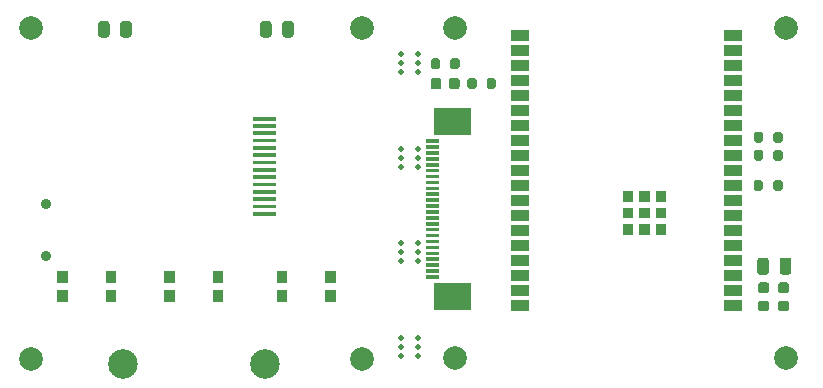
<source format=gbr>
%TF.GenerationSoftware,KiCad,Pcbnew,(5.1.8)-1*%
%TF.CreationDate,2021-06-20T20:47:25+01:00*%
%TF.ProjectId,schem_1,73636865-6d5f-4312-9e6b-696361645f70,rev?*%
%TF.SameCoordinates,Original*%
%TF.FileFunction,Soldermask,Top*%
%TF.FilePolarity,Negative*%
%FSLAX45Y45*%
G04 Gerber Fmt 4.5, Leading zero omitted, Abs format (unit mm)*
G04 Created by KiCad (PCBNEW (5.1.8)-1) date 2021-06-20 20:47:25*
%MOMM*%
%LPD*%
G01*
G04 APERTURE LIST*
%ADD10C,0.505000*%
%ADD11C,2.505000*%
%ADD12C,2.005000*%
%ADD13C,0.905000*%
G04 APERTURE END LIST*
D10*
%TO.C,mouse-bite-2mm-slot*%
X9221788Y-2720720D03*
X9221788Y-2570720D03*
X9371788Y-2570720D03*
X9371788Y-2720720D03*
X9221788Y-2645720D03*
X9371788Y-2645720D03*
%TD*%
%TO.C,mouse-bite-2mm-slot*%
X9371788Y-1845720D03*
X9221788Y-1845720D03*
X9371788Y-1920720D03*
X9371788Y-1770720D03*
X9221788Y-1770720D03*
X9221788Y-1920720D03*
%TD*%
%TO.C,mouse-bite-2mm-slot*%
X9221788Y-320720D03*
X9221788Y-170720D03*
X9371788Y-170720D03*
X9371788Y-320720D03*
X9221788Y-245720D03*
X9371788Y-245720D03*
%TD*%
%TO.C,mouse-bite-2mm-slot*%
X9371788Y-1045720D03*
X9221788Y-1045720D03*
X9371788Y-1120720D03*
X9371788Y-970720D03*
X9221788Y-970720D03*
X9221788Y-1120720D03*
%TD*%
%TO.C,U1*%
G36*
G01*
X11102688Y-1327276D02*
X11192688Y-1327276D01*
G75*
G02*
X11192938Y-1327526I0J-250D01*
G01*
X11192938Y-1417526D01*
G75*
G02*
X11192688Y-1417776I-250J0D01*
G01*
X11102688Y-1417776D01*
G75*
G02*
X11102438Y-1417526I0J250D01*
G01*
X11102438Y-1327526D01*
G75*
G02*
X11102688Y-1327276I250J0D01*
G01*
G37*
G36*
G01*
X11382688Y-1327276D02*
X11472688Y-1327276D01*
G75*
G02*
X11472938Y-1327526I0J-250D01*
G01*
X11472938Y-1417526D01*
G75*
G02*
X11472688Y-1417776I-250J0D01*
G01*
X11382688Y-1417776D01*
G75*
G02*
X11382438Y-1417526I0J250D01*
G01*
X11382438Y-1327526D01*
G75*
G02*
X11382688Y-1327276I250J0D01*
G01*
G37*
G36*
G01*
X11242688Y-1327276D02*
X11332688Y-1327276D01*
G75*
G02*
X11332938Y-1327526I0J-250D01*
G01*
X11332938Y-1417526D01*
G75*
G02*
X11332688Y-1417776I-250J0D01*
G01*
X11242688Y-1417776D01*
G75*
G02*
X11242438Y-1417526I0J250D01*
G01*
X11242438Y-1327526D01*
G75*
G02*
X11242688Y-1327276I250J0D01*
G01*
G37*
G36*
G01*
X11242688Y-1467276D02*
X11332688Y-1467276D01*
G75*
G02*
X11332938Y-1467526I0J-250D01*
G01*
X11332938Y-1557526D01*
G75*
G02*
X11332688Y-1557776I-250J0D01*
G01*
X11242688Y-1557776D01*
G75*
G02*
X11242438Y-1557526I0J250D01*
G01*
X11242438Y-1467526D01*
G75*
G02*
X11242688Y-1467276I250J0D01*
G01*
G37*
G36*
G01*
X11102688Y-1467276D02*
X11192688Y-1467276D01*
G75*
G02*
X11192938Y-1467526I0J-250D01*
G01*
X11192938Y-1557526D01*
G75*
G02*
X11192688Y-1557776I-250J0D01*
G01*
X11102688Y-1557776D01*
G75*
G02*
X11102438Y-1557526I0J250D01*
G01*
X11102438Y-1467526D01*
G75*
G02*
X11102688Y-1467276I250J0D01*
G01*
G37*
G36*
G01*
X11382688Y-1467276D02*
X11472688Y-1467276D01*
G75*
G02*
X11472938Y-1467526I0J-250D01*
G01*
X11472938Y-1557526D01*
G75*
G02*
X11472688Y-1557776I-250J0D01*
G01*
X11382688Y-1557776D01*
G75*
G02*
X11382438Y-1557526I0J250D01*
G01*
X11382438Y-1467526D01*
G75*
G02*
X11382688Y-1467276I250J0D01*
G01*
G37*
G36*
G01*
X11102688Y-1607276D02*
X11192688Y-1607276D01*
G75*
G02*
X11192938Y-1607526I0J-250D01*
G01*
X11192938Y-1697526D01*
G75*
G02*
X11192688Y-1697776I-250J0D01*
G01*
X11102688Y-1697776D01*
G75*
G02*
X11102438Y-1697526I0J250D01*
G01*
X11102438Y-1607526D01*
G75*
G02*
X11102688Y-1607276I250J0D01*
G01*
G37*
G36*
G01*
X11242688Y-1607276D02*
X11332688Y-1607276D01*
G75*
G02*
X11332938Y-1607526I0J-250D01*
G01*
X11332938Y-1697526D01*
G75*
G02*
X11332688Y-1697776I-250J0D01*
G01*
X11242688Y-1697776D01*
G75*
G02*
X11242438Y-1697526I0J250D01*
G01*
X11242438Y-1607526D01*
G75*
G02*
X11242688Y-1607276I250J0D01*
G01*
G37*
G36*
G01*
X11382688Y-1607276D02*
X11472688Y-1607276D01*
G75*
G02*
X11472938Y-1607526I0J-250D01*
G01*
X11472938Y-1697526D01*
G75*
G02*
X11472688Y-1697776I-250J0D01*
G01*
X11382688Y-1697776D01*
G75*
G02*
X11382438Y-1697526I0J250D01*
G01*
X11382438Y-1607526D01*
G75*
G02*
X11382688Y-1607276I250J0D01*
G01*
G37*
G36*
G01*
X10159748Y-597996D02*
X10309748Y-597996D01*
G75*
G02*
X10309998Y-598246I0J-250D01*
G01*
X10309998Y-688246D01*
G75*
G02*
X10309748Y-688496I-250J0D01*
G01*
X10159748Y-688496D01*
G75*
G02*
X10159498Y-688246I0J250D01*
G01*
X10159498Y-598246D01*
G75*
G02*
X10159748Y-597996I250J0D01*
G01*
G37*
G36*
G01*
X10159748Y-724996D02*
X10309748Y-724996D01*
G75*
G02*
X10309998Y-725246I0J-250D01*
G01*
X10309998Y-815246D01*
G75*
G02*
X10309748Y-815496I-250J0D01*
G01*
X10159748Y-815496D01*
G75*
G02*
X10159498Y-815246I0J250D01*
G01*
X10159498Y-725246D01*
G75*
G02*
X10159748Y-724996I250J0D01*
G01*
G37*
G36*
G01*
X10309998Y-852246D02*
X10309998Y-942246D01*
G75*
G02*
X10309748Y-942496I-250J0D01*
G01*
X10159748Y-942496D01*
G75*
G02*
X10159498Y-942246I0J250D01*
G01*
X10159498Y-852246D01*
G75*
G02*
X10159748Y-851996I250J0D01*
G01*
X10309748Y-851996D01*
G75*
G02*
X10309998Y-852246I0J-250D01*
G01*
G37*
G36*
G01*
X10309998Y-979246D02*
X10309998Y-1069246D01*
G75*
G02*
X10309748Y-1069496I-250J0D01*
G01*
X10159748Y-1069496D01*
G75*
G02*
X10159498Y-1069246I0J250D01*
G01*
X10159498Y-979246D01*
G75*
G02*
X10159748Y-978996I250J0D01*
G01*
X10309748Y-978996D01*
G75*
G02*
X10309998Y-979246I0J-250D01*
G01*
G37*
G36*
G01*
X10309998Y-1106246D02*
X10309998Y-1196246D01*
G75*
G02*
X10309748Y-1196496I-250J0D01*
G01*
X10159748Y-1196496D01*
G75*
G02*
X10159498Y-1196246I0J250D01*
G01*
X10159498Y-1106246D01*
G75*
G02*
X10159748Y-1105996I250J0D01*
G01*
X10309748Y-1105996D01*
G75*
G02*
X10309998Y-1106246I0J-250D01*
G01*
G37*
G36*
G01*
X10309998Y-1233246D02*
X10309998Y-1323246D01*
G75*
G02*
X10309748Y-1323496I-250J0D01*
G01*
X10159748Y-1323496D01*
G75*
G02*
X10159498Y-1323246I0J250D01*
G01*
X10159498Y-1233246D01*
G75*
G02*
X10159748Y-1232996I250J0D01*
G01*
X10309748Y-1232996D01*
G75*
G02*
X10309998Y-1233246I0J-250D01*
G01*
G37*
G36*
G01*
X10309998Y-1360246D02*
X10309998Y-1450246D01*
G75*
G02*
X10309748Y-1450496I-250J0D01*
G01*
X10159748Y-1450496D01*
G75*
G02*
X10159498Y-1450246I0J250D01*
G01*
X10159498Y-1360246D01*
G75*
G02*
X10159748Y-1359996I250J0D01*
G01*
X10309748Y-1359996D01*
G75*
G02*
X10309998Y-1360246I0J-250D01*
G01*
G37*
G36*
G01*
X10309998Y-1487246D02*
X10309998Y-1577246D01*
G75*
G02*
X10309748Y-1577496I-250J0D01*
G01*
X10159748Y-1577496D01*
G75*
G02*
X10159498Y-1577246I0J250D01*
G01*
X10159498Y-1487246D01*
G75*
G02*
X10159748Y-1486996I250J0D01*
G01*
X10309748Y-1486996D01*
G75*
G02*
X10309998Y-1487246I0J-250D01*
G01*
G37*
G36*
G01*
X10309998Y-1614246D02*
X10309998Y-1704246D01*
G75*
G02*
X10309748Y-1704496I-250J0D01*
G01*
X10159748Y-1704496D01*
G75*
G02*
X10159498Y-1704246I0J250D01*
G01*
X10159498Y-1614246D01*
G75*
G02*
X10159748Y-1613996I250J0D01*
G01*
X10309748Y-1613996D01*
G75*
G02*
X10309998Y-1614246I0J-250D01*
G01*
G37*
G36*
G01*
X10309998Y-1741246D02*
X10309998Y-1831246D01*
G75*
G02*
X10309748Y-1831496I-250J0D01*
G01*
X10159748Y-1831496D01*
G75*
G02*
X10159498Y-1831246I0J250D01*
G01*
X10159498Y-1741246D01*
G75*
G02*
X10159748Y-1740996I250J0D01*
G01*
X10309748Y-1740996D01*
G75*
G02*
X10309998Y-1741246I0J-250D01*
G01*
G37*
G36*
G01*
X10309998Y-1868246D02*
X10309998Y-1958246D01*
G75*
G02*
X10309748Y-1958496I-250J0D01*
G01*
X10159748Y-1958496D01*
G75*
G02*
X10159498Y-1958246I0J250D01*
G01*
X10159498Y-1868246D01*
G75*
G02*
X10159748Y-1867996I250J0D01*
G01*
X10309748Y-1867996D01*
G75*
G02*
X10309998Y-1868246I0J-250D01*
G01*
G37*
G36*
G01*
X10309998Y-1995246D02*
X10309998Y-2085246D01*
G75*
G02*
X10309748Y-2085496I-250J0D01*
G01*
X10159748Y-2085496D01*
G75*
G02*
X10159498Y-2085246I0J250D01*
G01*
X10159498Y-1995246D01*
G75*
G02*
X10159748Y-1994996I250J0D01*
G01*
X10309748Y-1994996D01*
G75*
G02*
X10309998Y-1995246I0J-250D01*
G01*
G37*
G36*
G01*
X10309998Y-2122246D02*
X10309998Y-2212246D01*
G75*
G02*
X10309748Y-2212496I-250J0D01*
G01*
X10159748Y-2212496D01*
G75*
G02*
X10159498Y-2212246I0J250D01*
G01*
X10159498Y-2122246D01*
G75*
G02*
X10159748Y-2121996I250J0D01*
G01*
X10309748Y-2121996D01*
G75*
G02*
X10309998Y-2122246I0J-250D01*
G01*
G37*
G36*
G01*
X10309998Y-2249246D02*
X10309998Y-2339246D01*
G75*
G02*
X10309748Y-2339496I-250J0D01*
G01*
X10159748Y-2339496D01*
G75*
G02*
X10159498Y-2339246I0J250D01*
G01*
X10159498Y-2249246D01*
G75*
G02*
X10159748Y-2248996I250J0D01*
G01*
X10309748Y-2248996D01*
G75*
G02*
X10309998Y-2249246I0J-250D01*
G01*
G37*
G36*
G01*
X10159748Y-470996D02*
X10309748Y-470996D01*
G75*
G02*
X10309998Y-471246I0J-250D01*
G01*
X10309998Y-561246D01*
G75*
G02*
X10309748Y-561496I-250J0D01*
G01*
X10159748Y-561496D01*
G75*
G02*
X10159498Y-561246I0J250D01*
G01*
X10159498Y-471246D01*
G75*
G02*
X10159748Y-470996I250J0D01*
G01*
G37*
G36*
G01*
X10159748Y-343996D02*
X10309748Y-343996D01*
G75*
G02*
X10309998Y-344246I0J-250D01*
G01*
X10309998Y-434246D01*
G75*
G02*
X10309748Y-434496I-250J0D01*
G01*
X10159748Y-434496D01*
G75*
G02*
X10159498Y-434246I0J250D01*
G01*
X10159498Y-344246D01*
G75*
G02*
X10159748Y-343996I250J0D01*
G01*
G37*
G36*
G01*
X10159748Y-216996D02*
X10309748Y-216996D01*
G75*
G02*
X10309998Y-217246I0J-250D01*
G01*
X10309998Y-307246D01*
G75*
G02*
X10309748Y-307496I-250J0D01*
G01*
X10159748Y-307496D01*
G75*
G02*
X10159498Y-307246I0J250D01*
G01*
X10159498Y-217246D01*
G75*
G02*
X10159748Y-216996I250J0D01*
G01*
G37*
G36*
G01*
X10159748Y-89996D02*
X10309748Y-89996D01*
G75*
G02*
X10309998Y-90246I0J-250D01*
G01*
X10309998Y-180246D01*
G75*
G02*
X10309748Y-180496I-250J0D01*
G01*
X10159748Y-180496D01*
G75*
G02*
X10159498Y-180246I0J250D01*
G01*
X10159498Y-90246D01*
G75*
G02*
X10159748Y-89996I250J0D01*
G01*
G37*
G36*
G01*
X10159748Y37004D02*
X10309748Y37004D01*
G75*
G02*
X10309998Y36754I0J-250D01*
G01*
X10309998Y-53246D01*
G75*
G02*
X10309748Y-53496I-250J0D01*
G01*
X10159748Y-53496D01*
G75*
G02*
X10159498Y-53246I0J250D01*
G01*
X10159498Y36754D01*
G75*
G02*
X10159748Y37004I250J0D01*
G01*
G37*
G36*
G01*
X11960748Y37004D02*
X12110748Y37004D01*
G75*
G02*
X12110998Y36754I0J-250D01*
G01*
X12110998Y-53246D01*
G75*
G02*
X12110748Y-53496I-250J0D01*
G01*
X11960748Y-53496D01*
G75*
G02*
X11960498Y-53246I0J250D01*
G01*
X11960498Y36754D01*
G75*
G02*
X11960748Y37004I250J0D01*
G01*
G37*
G36*
G01*
X11960748Y-89996D02*
X12110748Y-89996D01*
G75*
G02*
X12110998Y-90246I0J-250D01*
G01*
X12110998Y-180246D01*
G75*
G02*
X12110748Y-180496I-250J0D01*
G01*
X11960748Y-180496D01*
G75*
G02*
X11960498Y-180246I0J250D01*
G01*
X11960498Y-90246D01*
G75*
G02*
X11960748Y-89996I250J0D01*
G01*
G37*
G36*
G01*
X11960498Y-307246D02*
X11960498Y-217246D01*
G75*
G02*
X11960748Y-216996I250J0D01*
G01*
X12110748Y-216996D01*
G75*
G02*
X12110998Y-217246I0J-250D01*
G01*
X12110998Y-307246D01*
G75*
G02*
X12110748Y-307496I-250J0D01*
G01*
X11960748Y-307496D01*
G75*
G02*
X11960498Y-307246I0J250D01*
G01*
G37*
G36*
G01*
X11960498Y-434246D02*
X11960498Y-344246D01*
G75*
G02*
X11960748Y-343996I250J0D01*
G01*
X12110748Y-343996D01*
G75*
G02*
X12110998Y-344246I0J-250D01*
G01*
X12110998Y-434246D01*
G75*
G02*
X12110748Y-434496I-250J0D01*
G01*
X11960748Y-434496D01*
G75*
G02*
X11960498Y-434246I0J250D01*
G01*
G37*
G36*
G01*
X11960498Y-561246D02*
X11960498Y-471246D01*
G75*
G02*
X11960748Y-470996I250J0D01*
G01*
X12110748Y-470996D01*
G75*
G02*
X12110998Y-471246I0J-250D01*
G01*
X12110998Y-561246D01*
G75*
G02*
X12110748Y-561496I-250J0D01*
G01*
X11960748Y-561496D01*
G75*
G02*
X11960498Y-561246I0J250D01*
G01*
G37*
G36*
G01*
X11960498Y-688246D02*
X11960498Y-598246D01*
G75*
G02*
X11960748Y-597996I250J0D01*
G01*
X12110748Y-597996D01*
G75*
G02*
X12110998Y-598246I0J-250D01*
G01*
X12110998Y-688246D01*
G75*
G02*
X12110748Y-688496I-250J0D01*
G01*
X11960748Y-688496D01*
G75*
G02*
X11960498Y-688246I0J250D01*
G01*
G37*
G36*
G01*
X11960498Y-815246D02*
X11960498Y-725246D01*
G75*
G02*
X11960748Y-724996I250J0D01*
G01*
X12110748Y-724996D01*
G75*
G02*
X12110998Y-725246I0J-250D01*
G01*
X12110998Y-815246D01*
G75*
G02*
X12110748Y-815496I-250J0D01*
G01*
X11960748Y-815496D01*
G75*
G02*
X11960498Y-815246I0J250D01*
G01*
G37*
G36*
G01*
X11960498Y-942246D02*
X11960498Y-852246D01*
G75*
G02*
X11960748Y-851996I250J0D01*
G01*
X12110748Y-851996D01*
G75*
G02*
X12110998Y-852246I0J-250D01*
G01*
X12110998Y-942246D01*
G75*
G02*
X12110748Y-942496I-250J0D01*
G01*
X11960748Y-942496D01*
G75*
G02*
X11960498Y-942246I0J250D01*
G01*
G37*
G36*
G01*
X11960498Y-1069246D02*
X11960498Y-979246D01*
G75*
G02*
X11960748Y-978996I250J0D01*
G01*
X12110748Y-978996D01*
G75*
G02*
X12110998Y-979246I0J-250D01*
G01*
X12110998Y-1069246D01*
G75*
G02*
X12110748Y-1069496I-250J0D01*
G01*
X11960748Y-1069496D01*
G75*
G02*
X11960498Y-1069246I0J250D01*
G01*
G37*
G36*
G01*
X11960498Y-1196246D02*
X11960498Y-1106246D01*
G75*
G02*
X11960748Y-1105996I250J0D01*
G01*
X12110748Y-1105996D01*
G75*
G02*
X12110998Y-1106246I0J-250D01*
G01*
X12110998Y-1196246D01*
G75*
G02*
X12110748Y-1196496I-250J0D01*
G01*
X11960748Y-1196496D01*
G75*
G02*
X11960498Y-1196246I0J250D01*
G01*
G37*
G36*
G01*
X11960498Y-1323246D02*
X11960498Y-1233246D01*
G75*
G02*
X11960748Y-1232996I250J0D01*
G01*
X12110748Y-1232996D01*
G75*
G02*
X12110998Y-1233246I0J-250D01*
G01*
X12110998Y-1323246D01*
G75*
G02*
X12110748Y-1323496I-250J0D01*
G01*
X11960748Y-1323496D01*
G75*
G02*
X11960498Y-1323246I0J250D01*
G01*
G37*
G36*
G01*
X11960498Y-1450246D02*
X11960498Y-1360246D01*
G75*
G02*
X11960748Y-1359996I250J0D01*
G01*
X12110748Y-1359996D01*
G75*
G02*
X12110998Y-1360246I0J-250D01*
G01*
X12110998Y-1450246D01*
G75*
G02*
X12110748Y-1450496I-250J0D01*
G01*
X11960748Y-1450496D01*
G75*
G02*
X11960498Y-1450246I0J250D01*
G01*
G37*
G36*
G01*
X11960498Y-1577246D02*
X11960498Y-1487246D01*
G75*
G02*
X11960748Y-1486996I250J0D01*
G01*
X12110748Y-1486996D01*
G75*
G02*
X12110998Y-1487246I0J-250D01*
G01*
X12110998Y-1577246D01*
G75*
G02*
X12110748Y-1577496I-250J0D01*
G01*
X11960748Y-1577496D01*
G75*
G02*
X11960498Y-1577246I0J250D01*
G01*
G37*
G36*
G01*
X11960498Y-1704246D02*
X11960498Y-1614246D01*
G75*
G02*
X11960748Y-1613996I250J0D01*
G01*
X12110748Y-1613996D01*
G75*
G02*
X12110998Y-1614246I0J-250D01*
G01*
X12110998Y-1704246D01*
G75*
G02*
X12110748Y-1704496I-250J0D01*
G01*
X11960748Y-1704496D01*
G75*
G02*
X11960498Y-1704246I0J250D01*
G01*
G37*
G36*
G01*
X11960498Y-1831246D02*
X11960498Y-1741246D01*
G75*
G02*
X11960748Y-1740996I250J0D01*
G01*
X12110748Y-1740996D01*
G75*
G02*
X12110998Y-1741246I0J-250D01*
G01*
X12110998Y-1831246D01*
G75*
G02*
X12110748Y-1831496I-250J0D01*
G01*
X11960748Y-1831496D01*
G75*
G02*
X11960498Y-1831246I0J250D01*
G01*
G37*
G36*
G01*
X11960498Y-1958246D02*
X11960498Y-1868246D01*
G75*
G02*
X11960748Y-1867996I250J0D01*
G01*
X12110748Y-1867996D01*
G75*
G02*
X12110998Y-1868246I0J-250D01*
G01*
X12110998Y-1958246D01*
G75*
G02*
X12110748Y-1958496I-250J0D01*
G01*
X11960748Y-1958496D01*
G75*
G02*
X11960498Y-1958246I0J250D01*
G01*
G37*
G36*
G01*
X11960498Y-2085246D02*
X11960498Y-1995246D01*
G75*
G02*
X11960748Y-1994996I250J0D01*
G01*
X12110748Y-1994996D01*
G75*
G02*
X12110998Y-1995246I0J-250D01*
G01*
X12110998Y-2085246D01*
G75*
G02*
X12110748Y-2085496I-250J0D01*
G01*
X11960748Y-2085496D01*
G75*
G02*
X11960498Y-2085246I0J250D01*
G01*
G37*
G36*
G01*
X11960498Y-2212246D02*
X11960498Y-2122246D01*
G75*
G02*
X11960748Y-2121996I250J0D01*
G01*
X12110748Y-2121996D01*
G75*
G02*
X12110998Y-2122246I0J-250D01*
G01*
X12110998Y-2212246D01*
G75*
G02*
X12110748Y-2212496I-250J0D01*
G01*
X11960748Y-2212496D01*
G75*
G02*
X11960498Y-2212246I0J250D01*
G01*
G37*
G36*
G01*
X11960498Y-2339246D02*
X11960498Y-2249246D01*
G75*
G02*
X11960748Y-2248996I250J0D01*
G01*
X12110748Y-2248996D01*
G75*
G02*
X12110998Y-2249246I0J-250D01*
G01*
X12110998Y-2339246D01*
G75*
G02*
X12110748Y-2339496I-250J0D01*
G01*
X11960748Y-2339496D01*
G75*
G02*
X11960498Y-2339246I0J250D01*
G01*
G37*
%TD*%
%TO.C,U7*%
G36*
G01*
X8169430Y-698300D02*
X8169430Y-730300D01*
G75*
G02*
X8169180Y-730550I-250J0D01*
G01*
X7969180Y-730550D01*
G75*
G02*
X7968930Y-730300I0J250D01*
G01*
X7968930Y-698300D01*
G75*
G02*
X7969180Y-698050I250J0D01*
G01*
X8169180Y-698050D01*
G75*
G02*
X8169430Y-698300I0J-250D01*
G01*
G37*
G36*
G01*
X8169430Y-884300D02*
X8169430Y-916300D01*
G75*
G02*
X8169180Y-916550I-250J0D01*
G01*
X7969180Y-916550D01*
G75*
G02*
X7968930Y-916300I0J250D01*
G01*
X7968930Y-884300D01*
G75*
G02*
X7969180Y-884050I250J0D01*
G01*
X8169180Y-884050D01*
G75*
G02*
X8169430Y-884300I0J-250D01*
G01*
G37*
G36*
G01*
X8169430Y-946300D02*
X8169430Y-978300D01*
G75*
G02*
X8169180Y-978550I-250J0D01*
G01*
X7969180Y-978550D01*
G75*
G02*
X7968930Y-978300I0J250D01*
G01*
X7968930Y-946300D01*
G75*
G02*
X7969180Y-946050I250J0D01*
G01*
X8169180Y-946050D01*
G75*
G02*
X8169430Y-946300I0J-250D01*
G01*
G37*
G36*
G01*
X8169430Y-822300D02*
X8169430Y-854300D01*
G75*
G02*
X8169180Y-854550I-250J0D01*
G01*
X7969180Y-854550D01*
G75*
G02*
X7968930Y-854300I0J250D01*
G01*
X7968930Y-822300D01*
G75*
G02*
X7969180Y-822050I250J0D01*
G01*
X8169180Y-822050D01*
G75*
G02*
X8169430Y-822300I0J-250D01*
G01*
G37*
G36*
G01*
X8169430Y-760300D02*
X8169430Y-792300D01*
G75*
G02*
X8169180Y-792550I-250J0D01*
G01*
X7969180Y-792550D01*
G75*
G02*
X7968930Y-792300I0J250D01*
G01*
X7968930Y-760300D01*
G75*
G02*
X7969180Y-760050I250J0D01*
G01*
X8169180Y-760050D01*
G75*
G02*
X8169430Y-760300I0J-250D01*
G01*
G37*
G36*
G01*
X8169430Y-1008300D02*
X8169430Y-1040300D01*
G75*
G02*
X8169180Y-1040550I-250J0D01*
G01*
X7969180Y-1040550D01*
G75*
G02*
X7968930Y-1040300I0J250D01*
G01*
X7968930Y-1008300D01*
G75*
G02*
X7969180Y-1008050I250J0D01*
G01*
X8169180Y-1008050D01*
G75*
G02*
X8169430Y-1008300I0J-250D01*
G01*
G37*
G36*
G01*
X8169430Y-1070300D02*
X8169430Y-1102300D01*
G75*
G02*
X8169180Y-1102550I-250J0D01*
G01*
X7969180Y-1102550D01*
G75*
G02*
X7968930Y-1102300I0J250D01*
G01*
X7968930Y-1070300D01*
G75*
G02*
X7969180Y-1070050I250J0D01*
G01*
X8169180Y-1070050D01*
G75*
G02*
X8169430Y-1070300I0J-250D01*
G01*
G37*
G36*
G01*
X8169430Y-1132300D02*
X8169430Y-1164300D01*
G75*
G02*
X8169180Y-1164550I-250J0D01*
G01*
X7969180Y-1164550D01*
G75*
G02*
X7968930Y-1164300I0J250D01*
G01*
X7968930Y-1132300D01*
G75*
G02*
X7969180Y-1132050I250J0D01*
G01*
X8169180Y-1132050D01*
G75*
G02*
X8169430Y-1132300I0J-250D01*
G01*
G37*
G36*
G01*
X8169430Y-1194300D02*
X8169430Y-1226300D01*
G75*
G02*
X8169180Y-1226550I-250J0D01*
G01*
X7969180Y-1226550D01*
G75*
G02*
X7968930Y-1226300I0J250D01*
G01*
X7968930Y-1194300D01*
G75*
G02*
X7969180Y-1194050I250J0D01*
G01*
X8169180Y-1194050D01*
G75*
G02*
X8169430Y-1194300I0J-250D01*
G01*
G37*
G36*
G01*
X8169430Y-1256300D02*
X8169430Y-1288300D01*
G75*
G02*
X8169180Y-1288550I-250J0D01*
G01*
X7969180Y-1288550D01*
G75*
G02*
X7968930Y-1288300I0J250D01*
G01*
X7968930Y-1256300D01*
G75*
G02*
X7969180Y-1256050I250J0D01*
G01*
X8169180Y-1256050D01*
G75*
G02*
X8169430Y-1256300I0J-250D01*
G01*
G37*
G36*
G01*
X8169430Y-1318300D02*
X8169430Y-1350300D01*
G75*
G02*
X8169180Y-1350550I-250J0D01*
G01*
X7969180Y-1350550D01*
G75*
G02*
X7968930Y-1350300I0J250D01*
G01*
X7968930Y-1318300D01*
G75*
G02*
X7969180Y-1318050I250J0D01*
G01*
X8169180Y-1318050D01*
G75*
G02*
X8169430Y-1318300I0J-250D01*
G01*
G37*
G36*
G01*
X8169430Y-1380300D02*
X8169430Y-1412300D01*
G75*
G02*
X8169180Y-1412550I-250J0D01*
G01*
X7969180Y-1412550D01*
G75*
G02*
X7968930Y-1412300I0J250D01*
G01*
X7968930Y-1380300D01*
G75*
G02*
X7969180Y-1380050I250J0D01*
G01*
X8169180Y-1380050D01*
G75*
G02*
X8169430Y-1380300I0J-250D01*
G01*
G37*
G36*
G01*
X8169430Y-1442300D02*
X8169430Y-1474300D01*
G75*
G02*
X8169180Y-1474550I-250J0D01*
G01*
X7969180Y-1474550D01*
G75*
G02*
X7968930Y-1474300I0J250D01*
G01*
X7968930Y-1442300D01*
G75*
G02*
X7969180Y-1442050I250J0D01*
G01*
X8169180Y-1442050D01*
G75*
G02*
X8169430Y-1442300I0J-250D01*
G01*
G37*
G36*
G01*
X7968930Y-1536300D02*
X7968930Y-1504300D01*
G75*
G02*
X7969180Y-1504050I250J0D01*
G01*
X8169180Y-1504050D01*
G75*
G02*
X8169430Y-1504300I0J-250D01*
G01*
X8169430Y-1536300D01*
G75*
G02*
X8169180Y-1536550I-250J0D01*
G01*
X7969180Y-1536550D01*
G75*
G02*
X7968930Y-1536300I0J250D01*
G01*
G37*
%TD*%
D11*
%TO.C,C2*%
X6871280Y-2791720D03*
X8071280Y-2791720D03*
%TD*%
D12*
%TO.C,H8*%
X8896280Y54280D03*
%TD*%
%TO.C,H7*%
X8896280Y-2745720D03*
%TD*%
%TO.C,H6*%
X6096280Y54280D03*
%TD*%
%TO.C,H5*%
X6096280Y-2745720D03*
%TD*%
%TO.C,J1*%
G36*
G01*
X9547548Y-2070096D02*
X9437548Y-2070096D01*
G75*
G02*
X9437298Y-2069846I0J250D01*
G01*
X9437298Y-2039846D01*
G75*
G02*
X9437548Y-2039596I250J0D01*
G01*
X9547548Y-2039596D01*
G75*
G02*
X9547798Y-2039846I0J-250D01*
G01*
X9547798Y-2069846D01*
G75*
G02*
X9547548Y-2070096I-250J0D01*
G01*
G37*
G36*
G01*
X9547548Y-2020096D02*
X9437548Y-2020096D01*
G75*
G02*
X9437298Y-2019846I0J250D01*
G01*
X9437298Y-1989846D01*
G75*
G02*
X9437548Y-1989596I250J0D01*
G01*
X9547548Y-1989596D01*
G75*
G02*
X9547798Y-1989846I0J-250D01*
G01*
X9547798Y-2019846D01*
G75*
G02*
X9547548Y-2020096I-250J0D01*
G01*
G37*
G36*
G01*
X9547548Y-1970096D02*
X9437548Y-1970096D01*
G75*
G02*
X9437298Y-1969846I0J250D01*
G01*
X9437298Y-1939846D01*
G75*
G02*
X9437548Y-1939596I250J0D01*
G01*
X9547548Y-1939596D01*
G75*
G02*
X9547798Y-1939846I0J-250D01*
G01*
X9547798Y-1969846D01*
G75*
G02*
X9547548Y-1970096I-250J0D01*
G01*
G37*
G36*
G01*
X9547548Y-1920096D02*
X9437548Y-1920096D01*
G75*
G02*
X9437298Y-1919846I0J250D01*
G01*
X9437298Y-1889846D01*
G75*
G02*
X9437548Y-1889596I250J0D01*
G01*
X9547548Y-1889596D01*
G75*
G02*
X9547798Y-1889846I0J-250D01*
G01*
X9547798Y-1919846D01*
G75*
G02*
X9547548Y-1920096I-250J0D01*
G01*
G37*
G36*
G01*
X9547548Y-1870096D02*
X9437548Y-1870096D01*
G75*
G02*
X9437298Y-1869846I0J250D01*
G01*
X9437298Y-1839846D01*
G75*
G02*
X9437548Y-1839596I250J0D01*
G01*
X9547548Y-1839596D01*
G75*
G02*
X9547798Y-1839846I0J-250D01*
G01*
X9547798Y-1869846D01*
G75*
G02*
X9547548Y-1870096I-250J0D01*
G01*
G37*
G36*
G01*
X9547548Y-1820096D02*
X9437548Y-1820096D01*
G75*
G02*
X9437298Y-1819846I0J250D01*
G01*
X9437298Y-1789846D01*
G75*
G02*
X9437548Y-1789596I250J0D01*
G01*
X9547548Y-1789596D01*
G75*
G02*
X9547798Y-1789846I0J-250D01*
G01*
X9547798Y-1819846D01*
G75*
G02*
X9547548Y-1820096I-250J0D01*
G01*
G37*
G36*
G01*
X9547548Y-1770096D02*
X9437548Y-1770096D01*
G75*
G02*
X9437298Y-1769846I0J250D01*
G01*
X9437298Y-1739846D01*
G75*
G02*
X9437548Y-1739596I250J0D01*
G01*
X9547548Y-1739596D01*
G75*
G02*
X9547798Y-1739846I0J-250D01*
G01*
X9547798Y-1769846D01*
G75*
G02*
X9547548Y-1770096I-250J0D01*
G01*
G37*
G36*
G01*
X9547548Y-1720096D02*
X9437548Y-1720096D01*
G75*
G02*
X9437298Y-1719846I0J250D01*
G01*
X9437298Y-1689846D01*
G75*
G02*
X9437548Y-1689596I250J0D01*
G01*
X9547548Y-1689596D01*
G75*
G02*
X9547798Y-1689846I0J-250D01*
G01*
X9547798Y-1719846D01*
G75*
G02*
X9547548Y-1720096I-250J0D01*
G01*
G37*
G36*
G01*
X9547548Y-1670096D02*
X9437548Y-1670096D01*
G75*
G02*
X9437298Y-1669846I0J250D01*
G01*
X9437298Y-1639846D01*
G75*
G02*
X9437548Y-1639596I250J0D01*
G01*
X9547548Y-1639596D01*
G75*
G02*
X9547798Y-1639846I0J-250D01*
G01*
X9547798Y-1669846D01*
G75*
G02*
X9547548Y-1670096I-250J0D01*
G01*
G37*
G36*
G01*
X9547548Y-1620096D02*
X9437548Y-1620096D01*
G75*
G02*
X9437298Y-1619846I0J250D01*
G01*
X9437298Y-1589846D01*
G75*
G02*
X9437548Y-1589596I250J0D01*
G01*
X9547548Y-1589596D01*
G75*
G02*
X9547798Y-1589846I0J-250D01*
G01*
X9547798Y-1619846D01*
G75*
G02*
X9547548Y-1620096I-250J0D01*
G01*
G37*
G36*
G01*
X9547548Y-1570096D02*
X9437548Y-1570096D01*
G75*
G02*
X9437298Y-1569846I0J250D01*
G01*
X9437298Y-1539846D01*
G75*
G02*
X9437548Y-1539596I250J0D01*
G01*
X9547548Y-1539596D01*
G75*
G02*
X9547798Y-1539846I0J-250D01*
G01*
X9547798Y-1569846D01*
G75*
G02*
X9547548Y-1570096I-250J0D01*
G01*
G37*
G36*
G01*
X9547548Y-1520096D02*
X9437548Y-1520096D01*
G75*
G02*
X9437298Y-1519846I0J250D01*
G01*
X9437298Y-1489846D01*
G75*
G02*
X9437548Y-1489596I250J0D01*
G01*
X9547548Y-1489596D01*
G75*
G02*
X9547798Y-1489846I0J-250D01*
G01*
X9547798Y-1519846D01*
G75*
G02*
X9547548Y-1520096I-250J0D01*
G01*
G37*
G36*
G01*
X9547548Y-1470096D02*
X9437548Y-1470096D01*
G75*
G02*
X9437298Y-1469846I0J250D01*
G01*
X9437298Y-1439846D01*
G75*
G02*
X9437548Y-1439596I250J0D01*
G01*
X9547548Y-1439596D01*
G75*
G02*
X9547798Y-1439846I0J-250D01*
G01*
X9547798Y-1469846D01*
G75*
G02*
X9547548Y-1470096I-250J0D01*
G01*
G37*
G36*
G01*
X9547548Y-1420096D02*
X9437548Y-1420096D01*
G75*
G02*
X9437298Y-1419846I0J250D01*
G01*
X9437298Y-1389846D01*
G75*
G02*
X9437548Y-1389596I250J0D01*
G01*
X9547548Y-1389596D01*
G75*
G02*
X9547798Y-1389846I0J-250D01*
G01*
X9547798Y-1419846D01*
G75*
G02*
X9547548Y-1420096I-250J0D01*
G01*
G37*
G36*
G01*
X9547548Y-1370096D02*
X9437548Y-1370096D01*
G75*
G02*
X9437298Y-1369846I0J250D01*
G01*
X9437298Y-1339846D01*
G75*
G02*
X9437548Y-1339596I250J0D01*
G01*
X9547548Y-1339596D01*
G75*
G02*
X9547798Y-1339846I0J-250D01*
G01*
X9547798Y-1369846D01*
G75*
G02*
X9547548Y-1370096I-250J0D01*
G01*
G37*
G36*
G01*
X9547548Y-1320096D02*
X9437548Y-1320096D01*
G75*
G02*
X9437298Y-1319846I0J250D01*
G01*
X9437298Y-1289846D01*
G75*
G02*
X9437548Y-1289596I250J0D01*
G01*
X9547548Y-1289596D01*
G75*
G02*
X9547798Y-1289846I0J-250D01*
G01*
X9547798Y-1319846D01*
G75*
G02*
X9547548Y-1320096I-250J0D01*
G01*
G37*
G36*
G01*
X9547548Y-1270096D02*
X9437548Y-1270096D01*
G75*
G02*
X9437298Y-1269846I0J250D01*
G01*
X9437298Y-1239846D01*
G75*
G02*
X9437548Y-1239596I250J0D01*
G01*
X9547548Y-1239596D01*
G75*
G02*
X9547798Y-1239846I0J-250D01*
G01*
X9547798Y-1269846D01*
G75*
G02*
X9547548Y-1270096I-250J0D01*
G01*
G37*
G36*
G01*
X9547548Y-1220096D02*
X9437548Y-1220096D01*
G75*
G02*
X9437298Y-1219846I0J250D01*
G01*
X9437298Y-1189846D01*
G75*
G02*
X9437548Y-1189596I250J0D01*
G01*
X9547548Y-1189596D01*
G75*
G02*
X9547798Y-1189846I0J-250D01*
G01*
X9547798Y-1219846D01*
G75*
G02*
X9547548Y-1220096I-250J0D01*
G01*
G37*
G36*
G01*
X9547548Y-1170096D02*
X9437548Y-1170096D01*
G75*
G02*
X9437298Y-1169846I0J250D01*
G01*
X9437298Y-1139846D01*
G75*
G02*
X9437548Y-1139596I250J0D01*
G01*
X9547548Y-1139596D01*
G75*
G02*
X9547798Y-1139846I0J-250D01*
G01*
X9547798Y-1169846D01*
G75*
G02*
X9547548Y-1170096I-250J0D01*
G01*
G37*
G36*
G01*
X9547548Y-1120096D02*
X9437548Y-1120096D01*
G75*
G02*
X9437298Y-1119846I0J250D01*
G01*
X9437298Y-1089846D01*
G75*
G02*
X9437548Y-1089596I250J0D01*
G01*
X9547548Y-1089596D01*
G75*
G02*
X9547798Y-1089846I0J-250D01*
G01*
X9547798Y-1119846D01*
G75*
G02*
X9547548Y-1120096I-250J0D01*
G01*
G37*
G36*
G01*
X9547548Y-1070096D02*
X9437548Y-1070096D01*
G75*
G02*
X9437298Y-1069846I0J250D01*
G01*
X9437298Y-1039846D01*
G75*
G02*
X9437548Y-1039596I250J0D01*
G01*
X9547548Y-1039596D01*
G75*
G02*
X9547798Y-1039846I0J-250D01*
G01*
X9547798Y-1069846D01*
G75*
G02*
X9547548Y-1070096I-250J0D01*
G01*
G37*
G36*
G01*
X9547548Y-1020096D02*
X9437548Y-1020096D01*
G75*
G02*
X9437298Y-1019846I0J250D01*
G01*
X9437298Y-989846D01*
G75*
G02*
X9437548Y-989596I250J0D01*
G01*
X9547548Y-989596D01*
G75*
G02*
X9547798Y-989846I0J-250D01*
G01*
X9547798Y-1019846D01*
G75*
G02*
X9547548Y-1020096I-250J0D01*
G01*
G37*
G36*
G01*
X9547548Y-970096D02*
X9437548Y-970096D01*
G75*
G02*
X9437298Y-969846I0J250D01*
G01*
X9437298Y-939846D01*
G75*
G02*
X9437548Y-939596I250J0D01*
G01*
X9547548Y-939596D01*
G75*
G02*
X9547798Y-939846I0J-250D01*
G01*
X9547798Y-969846D01*
G75*
G02*
X9547548Y-970096I-250J0D01*
G01*
G37*
G36*
G01*
X9547548Y-920096D02*
X9437548Y-920096D01*
G75*
G02*
X9437298Y-919846I0J250D01*
G01*
X9437298Y-889846D01*
G75*
G02*
X9437548Y-889596I250J0D01*
G01*
X9547548Y-889596D01*
G75*
G02*
X9547798Y-889846I0J-250D01*
G01*
X9547798Y-919846D01*
G75*
G02*
X9547548Y-920096I-250J0D01*
G01*
G37*
G36*
G01*
X9817548Y-2337096D02*
X9507548Y-2337096D01*
G75*
G02*
X9507298Y-2336846I0J250D01*
G01*
X9507298Y-2106846D01*
G75*
G02*
X9507548Y-2106596I250J0D01*
G01*
X9817548Y-2106596D01*
G75*
G02*
X9817798Y-2106846I0J-250D01*
G01*
X9817798Y-2336846D01*
G75*
G02*
X9817548Y-2337096I-250J0D01*
G01*
G37*
G36*
G01*
X9817548Y-853096D02*
X9507548Y-853096D01*
G75*
G02*
X9507298Y-852846I0J250D01*
G01*
X9507298Y-622846D01*
G75*
G02*
X9507548Y-622596I250J0D01*
G01*
X9817548Y-622596D01*
G75*
G02*
X9817798Y-622846I0J-250D01*
G01*
X9817798Y-852846D01*
G75*
G02*
X9817548Y-853096I-250J0D01*
G01*
G37*
%TD*%
%TO.C,H4*%
X9686248Y55254D03*
%TD*%
%TO.C,H3*%
X12486248Y55254D03*
%TD*%
%TO.C,H2*%
X12486248Y-2744746D03*
%TD*%
%TO.C,H1*%
X9686248Y-2744746D03*
%TD*%
%TO.C,R27*%
G36*
G01*
X12456948Y-1253161D02*
X12456948Y-1308411D01*
G75*
G02*
X12436823Y-1328536I-20125J0D01*
G01*
X12396573Y-1328536D01*
G75*
G02*
X12376448Y-1308411I0J20125D01*
G01*
X12376448Y-1253161D01*
G75*
G02*
X12396573Y-1233036I20125J0D01*
G01*
X12436823Y-1233036D01*
G75*
G02*
X12456948Y-1253161I0J-20125D01*
G01*
G37*
G36*
G01*
X12291948Y-1253161D02*
X12291948Y-1308411D01*
G75*
G02*
X12271823Y-1328536I-20125J0D01*
G01*
X12231573Y-1328536D01*
G75*
G02*
X12211448Y-1308411I0J20125D01*
G01*
X12211448Y-1253161D01*
G75*
G02*
X12231573Y-1233036I20125J0D01*
G01*
X12271823Y-1233036D01*
G75*
G02*
X12291948Y-1253161I0J-20125D01*
G01*
G37*
%TD*%
%TO.C,R7*%
G36*
G01*
X9784528Y-444811D02*
X9784528Y-389561D01*
G75*
G02*
X9804653Y-369436I20125J0D01*
G01*
X9844903Y-369436D01*
G75*
G02*
X9865028Y-389561I0J-20125D01*
G01*
X9865028Y-444811D01*
G75*
G02*
X9844903Y-464936I-20125J0D01*
G01*
X9804653Y-464936D01*
G75*
G02*
X9784528Y-444811I0J20125D01*
G01*
G37*
G36*
G01*
X9949528Y-444811D02*
X9949528Y-389561D01*
G75*
G02*
X9969653Y-369436I20125J0D01*
G01*
X10009903Y-369436D01*
G75*
G02*
X10030028Y-389561I0J-20125D01*
G01*
X10030028Y-444811D01*
G75*
G02*
X10009903Y-464936I-20125J0D01*
G01*
X9969653Y-464936D01*
G75*
G02*
X9949528Y-444811I0J20125D01*
G01*
G37*
%TD*%
%TO.C,R6*%
G36*
G01*
X9721398Y-223191D02*
X9721398Y-278441D01*
G75*
G02*
X9701273Y-298566I-20125J0D01*
G01*
X9661023Y-298566D01*
G75*
G02*
X9640898Y-278441I0J20125D01*
G01*
X9640898Y-223191D01*
G75*
G02*
X9661023Y-203066I20125J0D01*
G01*
X9701273Y-203066D01*
G75*
G02*
X9721398Y-223191I0J-20125D01*
G01*
G37*
G36*
G01*
X9556398Y-223191D02*
X9556398Y-278441D01*
G75*
G02*
X9536273Y-298566I-20125J0D01*
G01*
X9496023Y-298566D01*
G75*
G02*
X9475898Y-278441I0J20125D01*
G01*
X9475898Y-223191D01*
G75*
G02*
X9496023Y-203066I20125J0D01*
G01*
X9536273Y-203066D01*
G75*
G02*
X9556398Y-223191I0J-20125D01*
G01*
G37*
%TD*%
%TO.C,R3*%
G36*
G01*
X12211448Y-1051871D02*
X12211448Y-996621D01*
G75*
G02*
X12231573Y-976496I20125J0D01*
G01*
X12271823Y-976496D01*
G75*
G02*
X12291948Y-996621I0J-20125D01*
G01*
X12291948Y-1051871D01*
G75*
G02*
X12271823Y-1071996I-20125J0D01*
G01*
X12231573Y-1071996D01*
G75*
G02*
X12211448Y-1051871I0J20125D01*
G01*
G37*
G36*
G01*
X12376448Y-1051871D02*
X12376448Y-996621D01*
G75*
G02*
X12396573Y-976496I20125J0D01*
G01*
X12436823Y-976496D01*
G75*
G02*
X12456948Y-996621I0J-20125D01*
G01*
X12456948Y-1051871D01*
G75*
G02*
X12436823Y-1071996I-20125J0D01*
G01*
X12396573Y-1071996D01*
G75*
G02*
X12376448Y-1051871I0J20125D01*
G01*
G37*
%TD*%
%TO.C,R1*%
G36*
G01*
X12211398Y-899471D02*
X12211398Y-844221D01*
G75*
G02*
X12231523Y-824096I20125J0D01*
G01*
X12271773Y-824096D01*
G75*
G02*
X12291898Y-844221I0J-20125D01*
G01*
X12291898Y-899471D01*
G75*
G02*
X12271773Y-919596I-20125J0D01*
G01*
X12231523Y-919596D01*
G75*
G02*
X12211398Y-899471I0J20125D01*
G01*
G37*
G36*
G01*
X12376398Y-899471D02*
X12376398Y-844221D01*
G75*
G02*
X12396523Y-824096I20125J0D01*
G01*
X12436773Y-824096D01*
G75*
G02*
X12456898Y-844221I0J-20125D01*
G01*
X12456898Y-899471D01*
G75*
G02*
X12436773Y-919596I-20125J0D01*
G01*
X12396523Y-919596D01*
G75*
G02*
X12376398Y-899471I0J20125D01*
G01*
G37*
%TD*%
%TO.C,D4*%
G36*
G01*
X8031730Y-3960D02*
X8031730Y87540D01*
G75*
G02*
X8056230Y112040I24500J0D01*
G01*
X8105230Y112040D01*
G75*
G02*
X8129730Y87540I0J-24500D01*
G01*
X8129730Y-3960D01*
G75*
G02*
X8105230Y-28460I-24500J0D01*
G01*
X8056230Y-28460D01*
G75*
G02*
X8031730Y-3960I0J24500D01*
G01*
G37*
G36*
G01*
X8219230Y-3960D02*
X8219230Y87540D01*
G75*
G02*
X8243730Y112040I24500J0D01*
G01*
X8292730Y112040D01*
G75*
G02*
X8317230Y87540I0J-24500D01*
G01*
X8317230Y-3960D01*
G75*
G02*
X8292730Y-28460I-24500J0D01*
G01*
X8243730Y-28460D01*
G75*
G02*
X8219230Y-3960I0J24500D01*
G01*
G37*
%TD*%
%TO.C,D3*%
G36*
G01*
X6659820Y-3960D02*
X6659820Y87540D01*
G75*
G02*
X6684320Y112040I24500J0D01*
G01*
X6733320Y112040D01*
G75*
G02*
X6757820Y87540I0J-24500D01*
G01*
X6757820Y-3960D01*
G75*
G02*
X6733320Y-28460I-24500J0D01*
G01*
X6684320Y-28460D01*
G75*
G02*
X6659820Y-3960I0J24500D01*
G01*
G37*
G36*
G01*
X6847320Y-3960D02*
X6847320Y87540D01*
G75*
G02*
X6871820Y112040I24500J0D01*
G01*
X6920820Y112040D01*
G75*
G02*
X6945320Y87540I0J-24500D01*
G01*
X6945320Y-3960D01*
G75*
G02*
X6920820Y-28460I-24500J0D01*
G01*
X6871820Y-28460D01*
G75*
G02*
X6847320Y-3960I0J24500D01*
G01*
G37*
%TD*%
%TO.C,C26*%
G36*
G01*
X12438748Y-2101396D02*
X12488998Y-2101396D01*
G75*
G02*
X12511623Y-2124021I0J-22625D01*
G01*
X12511623Y-2169271D01*
G75*
G02*
X12488998Y-2191896I-22625J0D01*
G01*
X12438748Y-2191896D01*
G75*
G02*
X12416123Y-2169271I0J22625D01*
G01*
X12416123Y-2124021D01*
G75*
G02*
X12438748Y-2101396I22625J0D01*
G01*
G37*
G36*
G01*
X12438748Y-2256396D02*
X12488998Y-2256396D01*
G75*
G02*
X12511623Y-2279021I0J-22625D01*
G01*
X12511623Y-2324271D01*
G75*
G02*
X12488998Y-2346896I-22625J0D01*
G01*
X12438748Y-2346896D01*
G75*
G02*
X12416123Y-2324271I0J22625D01*
G01*
X12416123Y-2279021D01*
G75*
G02*
X12438748Y-2256396I22625J0D01*
G01*
G37*
%TD*%
%TO.C,C25*%
G36*
G01*
X12269573Y-2101396D02*
X12319823Y-2101396D01*
G75*
G02*
X12342448Y-2124021I0J-22625D01*
G01*
X12342448Y-2169271D01*
G75*
G02*
X12319823Y-2191896I-22625J0D01*
G01*
X12269573Y-2191896D01*
G75*
G02*
X12246948Y-2169271I0J22625D01*
G01*
X12246948Y-2124021D01*
G75*
G02*
X12269573Y-2101396I22625J0D01*
G01*
G37*
G36*
G01*
X12269573Y-2256396D02*
X12319823Y-2256396D01*
G75*
G02*
X12342448Y-2279021I0J-22625D01*
G01*
X12342448Y-2324271D01*
G75*
G02*
X12319823Y-2346896I-22625J0D01*
G01*
X12269573Y-2346896D01*
G75*
G02*
X12246948Y-2324271I0J22625D01*
G01*
X12246948Y-2279021D01*
G75*
G02*
X12269573Y-2256396I22625J0D01*
G01*
G37*
%TD*%
%TO.C,C5*%
G36*
G01*
X9721338Y-393331D02*
X9721338Y-443581D01*
G75*
G02*
X9698713Y-466206I-22625J0D01*
G01*
X9653463Y-466206D01*
G75*
G02*
X9630838Y-443581I0J22625D01*
G01*
X9630838Y-393331D01*
G75*
G02*
X9653463Y-370706I22625J0D01*
G01*
X9698713Y-370706D01*
G75*
G02*
X9721338Y-393331I0J-22625D01*
G01*
G37*
G36*
G01*
X9566338Y-393331D02*
X9566338Y-443581D01*
G75*
G02*
X9543713Y-466206I-22625J0D01*
G01*
X9498463Y-466206D01*
G75*
G02*
X9475838Y-443581I0J22625D01*
G01*
X9475838Y-393331D01*
G75*
G02*
X9498463Y-370706I22625J0D01*
G01*
X9543713Y-370706D01*
G75*
G02*
X9566338Y-393331I0J-22625D01*
G01*
G37*
%TD*%
%TO.C,C1*%
G36*
G01*
X12239998Y-2011671D02*
X12239998Y-1916421D01*
G75*
G02*
X12265123Y-1891296I25125J0D01*
G01*
X12315373Y-1891296D01*
G75*
G02*
X12340498Y-1916421I0J-25125D01*
G01*
X12340498Y-2011671D01*
G75*
G02*
X12315373Y-2036796I-25125J0D01*
G01*
X12265123Y-2036796D01*
G75*
G02*
X12239998Y-2011671I0J25125D01*
G01*
G37*
G36*
G01*
X12429998Y-2011671D02*
X12429998Y-1916421D01*
G75*
G02*
X12455123Y-1891296I25125J0D01*
G01*
X12505373Y-1891296D01*
G75*
G02*
X12530498Y-1916421I0J-25125D01*
G01*
X12530498Y-2011671D01*
G75*
G02*
X12505373Y-2036796I-25125J0D01*
G01*
X12455123Y-2036796D01*
G75*
G02*
X12429998Y-2011671I0J25125D01*
G01*
G37*
%TD*%
D13*
%TO.C,J5*%
X6215720Y-1879830D03*
X6215720Y-1439830D03*
%TD*%
%TO.C,SW4*%
G36*
G01*
X6725102Y-2102662D02*
X6725102Y-2002662D01*
G75*
G02*
X6725352Y-2002412I250J0D01*
G01*
X6815352Y-2002412D01*
G75*
G02*
X6815602Y-2002662I0J-250D01*
G01*
X6815602Y-2102662D01*
G75*
G02*
X6815352Y-2102912I-250J0D01*
G01*
X6725352Y-2102912D01*
G75*
G02*
X6725102Y-2102662I0J250D01*
G01*
G37*
G36*
G01*
X6405602Y-2002662D02*
X6405602Y-2102662D01*
G75*
G02*
X6405352Y-2102912I-250J0D01*
G01*
X6315352Y-2102912D01*
G75*
G02*
X6315102Y-2102662I0J250D01*
G01*
X6315102Y-2002662D01*
G75*
G02*
X6315352Y-2002412I250J0D01*
G01*
X6405352Y-2002412D01*
G75*
G02*
X6405602Y-2002662I0J-250D01*
G01*
G37*
G36*
G01*
X6405602Y-2165762D02*
X6405602Y-2265762D01*
G75*
G02*
X6405352Y-2266012I-250J0D01*
G01*
X6315352Y-2266012D01*
G75*
G02*
X6315102Y-2265762I0J250D01*
G01*
X6315102Y-2165762D01*
G75*
G02*
X6315352Y-2165512I250J0D01*
G01*
X6405352Y-2165512D01*
G75*
G02*
X6405602Y-2165762I0J-250D01*
G01*
G37*
G36*
G01*
X6815602Y-2165762D02*
X6815602Y-2265762D01*
G75*
G02*
X6815352Y-2266012I-250J0D01*
G01*
X6725352Y-2266012D01*
G75*
G02*
X6725102Y-2265762I0J250D01*
G01*
X6725102Y-2165762D01*
G75*
G02*
X6725352Y-2165512I250J0D01*
G01*
X6815352Y-2165512D01*
G75*
G02*
X6815602Y-2165762I0J-250D01*
G01*
G37*
%TD*%
%TO.C,SW5*%
G36*
G01*
X8582792Y-2102662D02*
X8582792Y-2002662D01*
G75*
G02*
X8583042Y-2002412I250J0D01*
G01*
X8673042Y-2002412D01*
G75*
G02*
X8673292Y-2002662I0J-250D01*
G01*
X8673292Y-2102662D01*
G75*
G02*
X8673042Y-2102912I-250J0D01*
G01*
X8583042Y-2102912D01*
G75*
G02*
X8582792Y-2102662I0J250D01*
G01*
G37*
G36*
G01*
X8263292Y-2002662D02*
X8263292Y-2102662D01*
G75*
G02*
X8263042Y-2102912I-250J0D01*
G01*
X8173042Y-2102912D01*
G75*
G02*
X8172792Y-2102662I0J250D01*
G01*
X8172792Y-2002662D01*
G75*
G02*
X8173042Y-2002412I250J0D01*
G01*
X8263042Y-2002412D01*
G75*
G02*
X8263292Y-2002662I0J-250D01*
G01*
G37*
G36*
G01*
X8263292Y-2165762D02*
X8263292Y-2265762D01*
G75*
G02*
X8263042Y-2266012I-250J0D01*
G01*
X8173042Y-2266012D01*
G75*
G02*
X8172792Y-2265762I0J250D01*
G01*
X8172792Y-2165762D01*
G75*
G02*
X8173042Y-2165512I250J0D01*
G01*
X8263042Y-2165512D01*
G75*
G02*
X8263292Y-2165762I0J-250D01*
G01*
G37*
G36*
G01*
X8673292Y-2165762D02*
X8673292Y-2265762D01*
G75*
G02*
X8673042Y-2266012I-250J0D01*
G01*
X8583042Y-2266012D01*
G75*
G02*
X8582792Y-2265762I0J250D01*
G01*
X8582792Y-2165762D01*
G75*
G02*
X8583042Y-2165512I250J0D01*
G01*
X8673042Y-2165512D01*
G75*
G02*
X8673292Y-2165762I0J-250D01*
G01*
G37*
%TD*%
%TO.C,SW6*%
G36*
G01*
X7720767Y-2165762D02*
X7720767Y-2265762D01*
G75*
G02*
X7720517Y-2266012I-250J0D01*
G01*
X7630517Y-2266012D01*
G75*
G02*
X7630267Y-2265762I0J250D01*
G01*
X7630267Y-2165762D01*
G75*
G02*
X7630517Y-2165512I250J0D01*
G01*
X7720517Y-2165512D01*
G75*
G02*
X7720767Y-2165762I0J-250D01*
G01*
G37*
G36*
G01*
X7310767Y-2165762D02*
X7310767Y-2265762D01*
G75*
G02*
X7310517Y-2266012I-250J0D01*
G01*
X7220517Y-2266012D01*
G75*
G02*
X7220267Y-2265762I0J250D01*
G01*
X7220267Y-2165762D01*
G75*
G02*
X7220517Y-2165512I250J0D01*
G01*
X7310517Y-2165512D01*
G75*
G02*
X7310767Y-2165762I0J-250D01*
G01*
G37*
G36*
G01*
X7310767Y-2002662D02*
X7310767Y-2102662D01*
G75*
G02*
X7310517Y-2102912I-250J0D01*
G01*
X7220517Y-2102912D01*
G75*
G02*
X7220267Y-2102662I0J250D01*
G01*
X7220267Y-2002662D01*
G75*
G02*
X7220517Y-2002412I250J0D01*
G01*
X7310517Y-2002412D01*
G75*
G02*
X7310767Y-2002662I0J-250D01*
G01*
G37*
G36*
G01*
X7630267Y-2102662D02*
X7630267Y-2002662D01*
G75*
G02*
X7630517Y-2002412I250J0D01*
G01*
X7720517Y-2002412D01*
G75*
G02*
X7720767Y-2002662I0J-250D01*
G01*
X7720767Y-2102662D01*
G75*
G02*
X7720517Y-2102912I-250J0D01*
G01*
X7630517Y-2102912D01*
G75*
G02*
X7630267Y-2102662I0J250D01*
G01*
G37*
%TD*%
M02*

</source>
